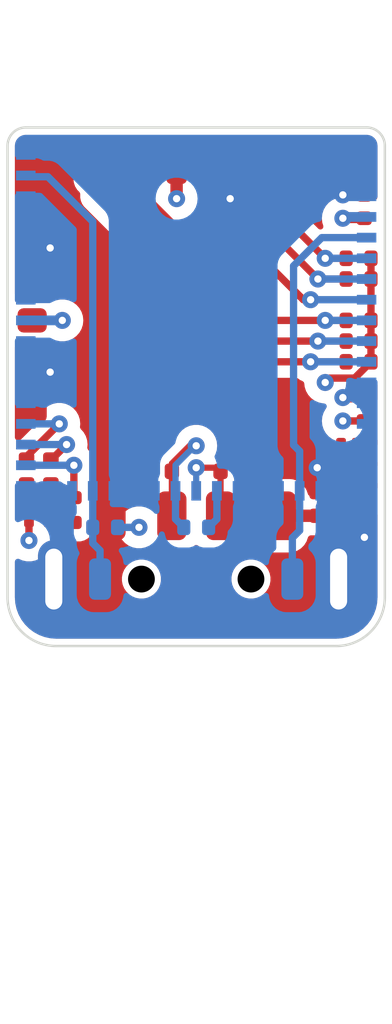
<source format=kicad_pcb>
(kicad_pcb (version 20240108) (generator "pcbnew") (generator_version "8.0")
  (layers (0 "F.Cu" signal) (1 "In1.Cu" power) (2 "In2.Cu" power) (31 "B.Cu" signal) (34 "B.Paste" user) (35 "F.Paste" user) (36 "B.SilkS" user "B.Silkscreen") (37 "F.SilkS" user "F.Silkscreen") (38 "B.Mask" user) (39 "F.Mask" user) (44 "Edge.Cuts" user))
  (net 0 "")
  (net 1 "/D+")
  (net 2 "VBUS")
  (net 3 "/D-")
  (net 4 "/RESET")
  (net 5 "/BOOT")
  (net 6 "Earth")
  (net 7 "Net-(D4-GK)")
  (net 8 "Net-(D4-RK)")
  (net 9 "Net-(D4-BK)")
  (net 10 "VCC")
  (net 11 "/LED_R")
  (net 12 "/LED_G")
  (net 13 "/LED_B")
  (net 14 "/GPIO18")
  (net 15 "/DAT1")
  (net 16 "/DAT3")
  (net 17 "/CMD")
  (net 18 "/DAT0")
  (net 19 "/CLK")
  (net 20 "/DAT2")
  (net 21 "/DET")
  (footprint "Capacitor_SMD:C_0402_1005Metric" (layer "F.Cu") (at 56.9 76.325 -90)
    (property "Reference" "C3" (hide yes))
    (property "Value" ".1uF" (hide yes))
    (pad "1" smd roundrect (at -0.48 0 270) (size 0.56 0.62) (layers "F.Cu" "F.Paste" "F.Mask") (net 6 "Earth"))
    (pad "2" smd roundrect (at 0.48 0 270) (size 0.56 0.62) (layers "F.Cu" "F.Paste" "F.Mask") (net 10 "VCC"))
  )
  (footprint "Package_SON:WSON-6-1EP_2x2mm_P0.65mm_EP1x1.6mm_ThermalVias" (layer "F.Cu") (at 56.6 86.9 -90)
    (property "Reference" "U2" (hide yes))
    (property "Value" "LP5912-3.3DRV" (hide yes))
    (pad "1" smd roundrect (at -0.8875 -0.65 270) (size 0.375 0.4) (layers "F.Cu" "F.Paste" "F.Mask") (net 10 "VCC"))
    (pad "2" smd roundrect (at -0.8875 0 270) (size 0.375 0.4) (layers "F.Cu" "F.Paste" "F.Mask") (net 6 "Earth"))
    (pad "3" smd roundrect (at -0.8875 0.65 270) (size 0.375 0.4) (layers "F.Cu" "F.Paste" "F.Mask") (net 6 "Earth"))
    (pad "4" smd roundrect (at 0.8875 0.65 270) (size 0.375 0.4) (layers "F.Cu" "F.Paste" "F.Mask") (net 2 "VBUS"))
    (pad "5" smd roundrect (at 0.8875 0 270) (size 0.375 0.4) (layers "F.Cu" "F.Paste" "F.Mask") (net 6 "Earth"))
    (pad "6" smd roundrect (at 0.8875 -0.65 270) (size 0.375 0.4) (layers "F.Cu" "F.Paste" "F.Mask") (net 2 "VBUS"))
    (pad "7" smd rect (at 0 0 270) (size 1 1.6) (property pad_prop_heatsink) (layers "F.Cu" "F.Mask") (net 6 "Earth"))
  )
  (footprint "Resistor_SMD:R_0402_1005Metric" (layer "F.Cu") (at 44.03 87.2 90)
    (property "Reference" "R2" (hide yes))
    (property "Value" "30" (hide yes))
    (pad "1" smd roundrect (at -0.509999 0 90) (size 0.54 0.64) (layers "F.Cu" "F.Paste" "F.Mask") (net 7 "Net-(D4-GK)"))
    (pad "2" smd roundrect (at 0.509999 0 90) (size 0.54 0.64) (layers "F.Cu" "F.Paste" "F.Mask") (net 12 "/LED_G"))
  )
  (footprint "Resistor_SMD:R_0402_1005Metric" (layer "F.Cu") (at 43.03 87.2 90)
    (property "Reference" "R1" (hide yes))
    (property "Value" "130" (hide yes))
    (pad "1" smd roundrect (at -0.509999 0 90) (size 0.54 0.64) (layers "F.Cu" "F.Paste" "F.Mask") (net 8 "Net-(D4-RK)"))
    (pad "2" smd roundrect (at 0.509999 0 90) (size 0.54 0.64) (layers "F.Cu" "F.Paste" "F.Mask") (net 11 "/LED_R"))
  )
  (footprint "Capacitor_SMD:C_0402_1005Metric" (layer "F.Cu") (at 56.9 84.65 90)
    (property "Reference" "C2" (hide yes))
    (property "Value" "1uF" (hide yes))
    (pad "1" smd roundrect (at -0.48 0 90) (size 0.56 0.62) (layers "F.Cu" "F.Paste" "F.Mask") (net 10 "VCC"))
    (pad "2" smd roundrect (at 0.48 0 90) (size 0.56 0.62) (layers "F.Cu" "F.Paste" "F.Mask") (net 6 "Earth"))
  )
  (footprint "LED_SMD:LED_Wurth_150044M155260" (layer "F.Cu") (at 43.53 88.9 90)
    (property "Reference" "D4" (hide yes))
    (property "Value" "LED_ARGB" (hide yes))
    (pad "1" smd roundrect (at -0.4 -0.4 90) (size 0.4 0.4) (layers "F.Cu" "F.Paste" "F.Mask") (net 10 "VCC"))
    (pad "2" smd roundrect (at 0.4 -0.4 90) (size 0.4 0.4) (layers "F.Cu" "F.Paste" "F.Mask") (net 8 "Net-(D4-RK)"))
    (pad "3" smd roundrect (at 0.4 0.4 90) (size 0.4 0.4) (layers "F.Cu" "F.Paste" "F.Mask") (net 7 "Net-(D4-GK)"))
    (pad "4" smd roundrect (at -0.4 0.4 90) (size 0.4 0.4) (layers "F.Cu" "F.Paste" "F.Mask") (net 9 "Net-(D4-BK)"))
  )
  (footprint "Capacitor_SMD:C_0402_1005Metric" (layer "F.Cu") (at 50.295 73.8 180)
    (property "Reference" "C4" (hide yes))
    (property "Value" ".1uF" (hide yes))
    (pad "1" smd roundrect (at -0.48 0 180) (size 0.56 0.62) (layers "F.Cu" "F.Paste" "F.Mask") (net 6 "Earth"))
    (pad "2" smd roundrect (at 0.48 0 180) (size 0.56 0.62) (layers "F.Cu" "F.Paste" "F.Mask") (net 10 "VCC"))
  )
  (footprint "Diode_SMD:D_0402_1005Metric" (layer "F.Cu") (at 48.515 87.2 180)
    (property "Reference" "D2" (hide yes))
    (property "Value" "~" (hide yes))
    (pad "1" smd roundrect (at -0.485 0 180) (size 0.59 0.64) (layers "F.Cu" "F.Paste" "F.Mask") (net 1 "/D+"))
    (pad "2" smd roundrect (at 0.485 0 180) (size 0.59 0.64) (layers "F.Cu" "F.Paste" "F.Mask") (net 6 "Earth"))
  )
  (footprint "Resistor_SMD:R_0402_1005Metric" (layer "F.Cu") (at 56.67 82.7)
    (property "Reference" "R8" (hide yes))
    (property "Value" "10k" (hide yes))
    (pad "1" smd roundrect (at -0.51 0) (size 0.54 0.64) (layers "F.Cu" "F.Paste" "F.Mask") (net 20 "/DAT2"))
    (pad "2" smd roundrect (at 0.51 0) (size 0.54 0.64) (layers "F.Cu" "F.Paste" "F.Mask") (net 10 "VCC"))
  )
  (footprint "Resistor_SMD:R_0402_1005Metric" (layer "F.Cu") (at 56.67 81)
    (property "Reference" "R10" (hide yes))
    (property "Value" "10k" (hide yes))
    (pad "1" smd roundrect (at -0.51 0) (size 0.54 0.64) (layers "F.Cu" "F.Paste" "F.Mask") (net 17 "/CMD"))
    (pad "2" smd roundrect (at 0.51 0) (size 0.54 0.64) (layers "F.Cu" "F.Paste" "F.Mask") (net 10 "VCC"))
  )
  (footprint "LLX-Keyboard:USB_A_Molex_48037-2200_Horizontal" (layer "F.Cu") (at 50 100 -90)
    (property "Reference" "P1" (hide yes))
    (property "Value" "USB_A" (hide yes))
    (pad "" np_thru_hole circle (at -8.375 -2.25 270) (size 1.1 1.1) (drill 1.1) (layers "*.Mask"))
    (pad "" np_thru_hole circle (at -8.375 2.25 270) (size 1.1 1.1) (drill 1.1) (layers "*.Mask"))
    (pad "1" smd roundrect (at -10.975 -3.5 270) (size 2 1.2) (layers "F.Cu" "F.Paste" "F.Mask") (net 2 "VBUS"))
    (pad "2" smd roundrect (at -10.975 -1 270) (size 2 1.2) (layers "F.Cu" "F.Paste" "F.Mask") (net 3 "/D-"))
    (pad "3" smd roundrect (at -10.975 1 270) (size 2 1.2) (layers "F.Cu" "F.Paste" "F.Mask") (net 1 "/D+"))
    (pad "4" smd roundrect (at -10.975 3.5 270) (size 2 1.2) (layers "F.Cu" "F.Paste" "F.Mask") (net 6 "Earth"))
    (pad "5" thru_hole oval (at -8.375 -5.85 270) (size 3.2 1.3) (drill oval 2.5 0.7) (layers "*.Cu" "*.Mask") (net 6 "Earth"))
    (pad "5" thru_hole oval (at -8.375 5.85 270) (size 3.2 1.3) (drill oval 2.5 0.7) (layers "*.Cu" "*.Mask") (net 6 "Earth"))
  )
  (footprint "Diode_SMD:D_0402_1005Metric" (layer "F.Cu") (at 51.485 87.2)
    (property "Reference" "D3" (hide yes))
    (property "Value" "~" (hide yes))
    (pad "1" smd roundrect (at -0.485 0) (size 0.59 0.64) (layers "F.Cu" "F.Paste" "F.Mask") (net 3 "/D-"))
    (pad "2" smd roundrect (at 0.485 0) (size 0.59 0.64) (layers "F.Cu" "F.Paste" "F.Mask") (net 6 "Earth"))
  )
  (footprint "Resistor_SMD:R_0402_1005Metric" (layer "F.Cu") (at 56.67 81.85)
    (property "Reference" "R9" (hide yes))
    (property "Value" "10k" (hide yes))
    (pad "1" smd roundrect (at -0.51 0) (size 0.54 0.64) (layers "F.Cu" "F.Paste" "F.Mask") (net 16 "/DAT3"))
    (pad "2" smd roundrect (at 0.51 0) (size 0.54 0.64) (layers "F.Cu" "F.Paste" "F.Mask") (net 10 "VCC"))
  )
  (footprint "Resistor_SMD:R_0402_1005Metric" (layer "F.Cu") (at 56.67 79.3)
    (property "Reference" "R6" (hide yes))
    (property "Value" "10k" (hide yes))
    (pad "1" smd roundrect (at -0.51 0) (size 0.54 0.64) (layers "F.Cu" "F.Paste" "F.Mask") (net 18 "/DAT0"))
    (pad "2" smd roundrect (at 0.51 0) (size 0.54 0.64) (layers "F.Cu" "F.Paste" "F.Mask") (net 10 "VCC"))
  )
  (footprint "Diode_SMD:D_0402_1005Metric" (layer "F.Cu") (at 54.97 88.54 90)
    (property "Reference" "D1" (hide yes))
    (property "Value" "~" (hide yes))
    (pad "1" smd roundrect (at -0.485 0 90) (size 0.59 0.64) (layers "F.Cu" "F.Paste" "F.Mask") (net 2 "VBUS"))
    (pad "2" smd roundrect (at 0.485 0 90) (size 0.59 0.64) (layers "F.Cu" "F.Paste" "F.Mask") (net 6 "Earth"))
  )
  (footprint "Capacitor_SMD:C_0402_1005Metric" (layer "F.Cu") (at 56.43 89.025)
    (property "Reference" "C1" (hide yes))
    (property "Value" "1uF" (hide yes))
    (pad "1" smd roundrect (at -0.48 0) (size 0.56 0.62) (layers "F.Cu" "F.Paste" "F.Mask") (net 2 "VBUS"))
    (pad "2" smd roundrect (at 0.48 0) (size 0.56 0.62) (layers "F.Cu" "F.Paste" "F.Mask") (net 6 "Earth"))
  )
  (footprint "Connector_Card:microSD_HC_Molex_104031-0811" (layer "F.Cu") (at 49 80.3)
    (property "Reference" "J1" (hide yes))
    (property "Value" "Micro_SD_Card_Det2" (hide yes))
    (pad "1" smd roundrect (at -3.105 -5.45) (size 0.85 1.1) (layers "F.Cu" "F.Paste" "F.Mask") (net 20 "/DAT2"))
    (pad "2" smd roundrect (at -2.005 -5.45) (size 0.85 1.1) (layers "F.Cu" "F.Paste" "F.Mask") (net 16 "/DAT3"))
    (pad "3" smd roundrect (at -0.905 -5.45) (size 0.85 1.1) (layers "F.Cu" "F.Paste" "F.Mask") (net 17 "/CMD"))
    (pad "4" smd roundrect (at 0.195 -5.45) (size 0.85 1.1) (layers "F.Cu" "F.Paste" "F.Mask") (net 10 "VCC"))
    (pad "5" smd roundrect (at 1.295 -5.45) (size 0.85 1.1) (layers "F.Cu" "F.Paste" "F.Mask") (net 19 "/CLK"))
    (pad "6" smd roundrect (at 2.395 -5.45) (size 0.85 1.1) (layers "F.Cu" "F.Paste" "F.Mask") (net 6 "Earth"))
    (pad "7" smd roundrect (at 3.495 -5.45) (size 0.85 1.1) (layers "F.Cu" "F.Paste" "F.Mask") (net 18 "/DAT0"))
    (pad "8" smd roundrect (at 4.545 -5.45) (size 0.75 1.1) (layers "F.Cu" "F.Paste" "F.Mask") (net 15 "/DAT1"))
    (pad "9" smd roundrect (at -5.74 0.7) (size 1.2 1) (layers "F.Cu" "F.Paste" "F.Mask") (net 21 "/DET"))
    (pad "10" smd roundrect (at -5.74 4.4) (size 1.2 1) (layers "F.Cu" "F.Paste" "F.Mask") (net 6 "Earth"))
    (pad "11" smd roundrect (at -5.565 -5.325) (size 1.55 1.35) (layers "F.Cu" "F.Paste" "F.Mask") (net 6 "Earth"))
    (pad "11" smd roundrect (at -2.24 5.375) (size 1.9 1.35) (layers "F.Cu" "F.Paste" "F.Mask") (net 6 "Earth"))
    (pad "11" smd roundrect (at 3.73 5.375) (size 1.9 1.35) (layers "F.Cu" "F.Paste" "F.Mask") (net 6 "Earth"))
    (pad "11" smd roundrect (at 5.755 -5.1) (size 1.17 1.8) (layers "F.Cu" "F.Paste" "F.Mask") (net 6 "Earth"))
  )
  (footprint "Resistor_SMD:R_0402_1005Metric" (layer "F.Cu") (at 44.975 88.79 90)
    (property "Reference" "R3" (hide yes))
    (property "Value" "30" (hide yes))
    (pad "1" smd roundrect (at -0.509999 0 90) (size 0.54 0.64) (layers "F.Cu" "F.Paste" "F.Mask") (net 9 "Net-(D4-BK)"))
    (pad "2" smd roundrect (at 0.509999 0 90) (size 0.54 0.64) (layers "F.Cu" "F.Paste" "F.Mask") (net 13 "/LED_B"))
  )
  (footprint "Resistor_SMD:R_0402_1005Metric" (layer "F.Cu") (at 56.67 78.45)
    (property "Reference" "R7" (hide yes))
    (property "Value" "10k" (hide yes))
    (pad "1" smd roundrect (at -0.51 0) (size 0.54 0.64) (layers "F.Cu" "F.Paste" "F.Mask") (net 15 "/DAT1"))
    (pad "2" smd roundrect (at 0.51 0) (size 0.54 0.64) (layers "F.Cu" "F.Paste" "F.Mask") (net 10 "VCC"))
  )
  (footprint "Button_Switch_SMD:SW_SPST_B3U-1000P" (layer "B.Cu") (at 47.75 91.625)
    (property "Reference" "SW1" (hide yes))
    (property "Value" "B3U-1000P" (hide yes))
    (pad "1" smd roundrect (at -1.700001 0) (size 0.9 1.7) (layers "B.Cu" "B.Paste" "B.Mask") (net 4 "/RESET"))
    (pad "2" smd roundrect (at 1.700001 0) (size 0.9 1.7) (layers "B.Cu" "B.Paste" "B.Mask") (net 6 "Earth"))
  )
  (footprint "Button_Switch_SMD:SW_SPST_B3U-1000P" (layer "B.Cu") (at 52.25 91.625 180)
    (property "Reference" "SW2" (hide yes))
    (property "Value" "B3U-1000P" (hide yes))
    (pad "1" smd roundrect (at -1.700001 0 180) (size 0.9 1.7) (layers "B.Cu" "B.Paste" "B.Mask") (net 5 "/BOOT"))
    (pad "2" smd roundrect (at 1.700001 0 180) (size 0.9 1.7) (layers "B.Cu" "B.Paste" "B.Mask") (net 6 "Earth"))
  )
  (footprint "PCM_Espressif:ESP32-S3-MINI-1" (layer "B.Cu") (at 50 81 180)
    (property "Reference" "U1" (hide yes))
    (property "Value" "ESP32-S3-MINI-1" (hide yes))
    (pad "1" smd rect (at -7 5.95 90) (size 0.4 0.8) (layers "B.Cu" "B.Paste" "B.Mask") (net 6 "Earth"))
    (pad "2" smd rect (at -7 5.1 90) (size 0.4 0.8) (layers "B.Cu" "B.Paste" "B.Mask") (net 6 "Earth"))
    (pad "3" smd rect (at -7 4.25 90) (size 0.4 0.8) (layers "B.Cu" "B.Paste" "B.Mask") (net 10 "VCC"))
    (pad "4" smd rect (at -7 3.4 90) (size 0.4 0.8) (layers "B.Cu" "B.Paste" "B.Mask") (net 5 "/BOOT"))
    (pad "5" smd rect (at -7 2.55 90) (size 0.4 0.8) (layers "B.Cu" "B.Paste" "B.Mask") (net 15 "/DAT1"))
    (pad "6" smd rect (at -7 1.7 90) (size 0.4 0.8) (layers "B.Cu" "B.Paste" "B.Mask") (net 18 "/DAT0"))
    (pad "7" smd rect (at -7 0.85 90) (size 0.4 0.8) (layers "B.Cu" "B.Paste" "B.Mask") (net 19 "/CLK"))
    (pad "8" smd rect (at -7 0 90) (size 0.4 0.8) (layers "B.Cu" "B.Paste" "B.Mask") (net 17 "/CMD"))
    (pad "9" smd rect (at -7 -0.85 90) (size 0.4 0.8) (layers "B.Cu" "B.Paste" "B.Mask") (net 16 "/DAT3"))
    (pad "10" smd rect (at -7 -1.7 90) (size 0.4 0.8) (layers "B.Cu" "B.Paste" "B.Mask") (net 20 "/DAT2"))
    (pad "11" smd rect (at -7 -2.55 90) (size 0.4 0.8) (layers "B.Cu" "B.Paste" "B.Mask") (net 6 "Earth"))
    (pad "12" smd rect (at -7 -3.4 90) (size 0.4 0.8) (layers "B.Cu" "B.Paste" "B.Mask") (net 6 "Earth"))
    (pad "13" smd rect (at -7 -4.25 90) (size 0.4 0.8) (layers "B.Cu" "B.Paste" "B.Mask") (net 6 "Earth"))
    (pad "14" smd rect (at -7 -5.1 90) (size 0.4 0.8) (layers "B.Cu" "B.Paste" "B.Mask") (net 6 "Earth"))
    (pad "15" smd rect (at -7 -5.95 90) (size 0.4 0.8) (layers "B.Cu" "B.Paste" "B.Mask") (net 6 "Earth"))
    (pad "16" smd rect (at -5.95 -7 180) (size 0.4 0.8) (layers "B.Cu" "B.Paste" "B.Mask") (net 6 "Earth"))
    (pad "17" smd rect (at -5.1 -7 180) (size 0.4 0.8) (layers "B.Cu" "B.Paste" "B.Mask") (net 6 "Earth"))
    (pad "18" smd rect (at -4.25 -7 180) (size 0.4 0.8) (layers "B.Cu" "B.Paste" "B.Mask") (net 5 "/BOOT"))
    (pad "19" smd rect (at -3.4 -7 180) (size 0.4 0.8) (layers "B.Cu" "B.Paste" "B.Mask") (net 6 "Earth"))
    (pad "20" smd rect (at -2.55 -7 180) (size 0.4 0.8) (layers "B.Cu" "B.Paste" "B.Mask") (net 6 "Earth"))
    (pad "21" smd rect (at -1.7 -7 180) (size 0.4 0.8) (layers "B.Cu" "B.Paste" "B.Mask") (net 6 "Earth"))
    (pad "22" smd rect (at -0.85 -7 180) (size 0.4 0.8) (layers "B.Cu" "B.Paste" "B.Mask") (net 14 "/GPIO18"))
    (pad "23" smd rect (at 0 -7 180) (size 0.4 0.8) (layers "B.Cu" "B.Paste" "B.Mask") (net 3 "/D-"))
    (pad "24" smd rect (at 0.85 -7 180) (size 0.4 0.8) (layers "B.Cu" "B.Paste" "B.Mask") (net 1 "/D+"))
    (pad "25" smd rect (at 1.7 -7 180) (size 0.4 0.8) (layers "B.Cu" "B.Paste" "B.Mask") (net 6 "Earth"))
    (pad "26" smd rect (at 2.55 -7 180) (size 0.4 0.8) (layers "B.Cu" "B.Paste" "B.Mask") (net 6 "Earth"))
    (pad "27" smd rect (at 3.4 -7 180) (size 0.4 0.8) (layers "B.Cu" "B.Paste" "B.Mask") (net 6 "Earth"))
    (pad "28" smd rect (at 4.25 -7 180) (size 0.4 0.8) (layers "B.Cu" "B.Paste" "B.Mask") (net 4 "/RESET"))
    (pad "29" smd rect (at 5.1 -7 180) (size 0.4 0.8) (layers "B.Cu" "B.Paste" "B.Mask") (net 6 "Earth"))
    (pad "30" smd rect (at 5.95 -7 180) (size 0.4 0.8) (layers "B.Cu" "B.Paste" "B.Mask") (net 6 "Earth"))
    (pad "31" smd rect (at 7 -5.95 90) (size 0.4 0.8) (layers "B.Cu" "B.Paste" "B.Mask") (net 13 "/LED_B"))
    (pad "32" smd rect (at 7 -5.1 90) (size 0.4 0.8) (layers "B.Cu" "B.Paste" "B.Mask") (net 12 "/LED_G"))
    (pad "33" smd rect (at 7 -4.25 90) (size 0.4 0.8) (layers "B.Cu" "B.Paste" "B.Mask") (net 11 "/LED_R"))
    (pad "34" smd rect (at 7 -3.4 90) (size 0.4 0.8) (layers "B.Cu" "B.Paste" "B.Mask") (net 6 "Earth"))
    (pad "35" smd rect (at 7 -2.55 90) (size 0.4 0.8) (layers "B.Cu" "B.Paste" "B.Mask") (net 6 "Earth"))
    (pad "36" smd rect (at 7 -1.7 90) (size 0.4 0.8) (layers "B.Cu" "B.Paste" "B.Mask") (net 6 "Earth"))
    (pad "37" smd rect (at 7 -0.85 90) (size 0.4 0.8) (layers "B.Cu" "B.Paste" "B.Mask") (net 6 "Earth"))
    (pad "38" smd rect (at 7 0 90) (size 0.4 0.8) (layers "B.Cu" "B.Paste" "B.Mask") (net 21 "/DET"))
    (pad "39" smd rect (at 7 0.85 90) (size 0.4 0.8) (layers "B.Cu" "B.Paste" "B.Mask") (net 6 "Earth"))
    (pad "40" smd rect (at 7 1.7 90) (size 0.4 0.8) (layers "B.Cu" "B.Paste" "B.Mask") (net 6 "Earth"))
    (pad "41" smd rect (at 7 2.55 90) (size 0.4 0.8) (layers "B.Cu" "B.Paste" "B.Mask") (net 6 "Earth"))
    (pad "42" smd rect (at 7 3.4 90) (size 0.4 0.8) (layers "B.Cu" "B.Paste" "B.Mask") (net 6 "Earth"))
    (pad "43" smd rect (at 7 4.25 90) (size 0.4 0.8) (layers "B.Cu" "B.Paste" "B.Mask") (net 6 "Earth"))
    (pad "44" smd rect (at 7 5.1 90) (size 0.4 0.8) (layers "B.Cu" "B.Paste" "B.Mask") (net 6 "Earth"))
    (pad "45" smd rect (at 7 5.95 90) (size 0.4 0.8) (layers "B.Cu" "B.Paste" "B.Mask") (net 4 "/RESET"))
    (pad "46" smd rect (at 5.95 7 180) (size 0.4 0.8) (layers "B.Cu" "B.Paste" "B.Mask") (net 6 "Earth"))
    (pad "47" smd rect (at 5.1 7 180) (size 0.4 0.8) (layers "B.Cu" "B.Paste" "B.Mask") (net 6 "Earth"))
    (pad "48" smd rect (at 4.25 7 180) (size 0.4 0.8) (layers "B.Cu" "B.Paste" "B.Mask") (net 6 "Earth"))
    (pad "49" smd rect (at 3.4 7 180) (size 0.4 0.8) (layers "B.Cu" "B.Paste" "B.Mask") (net 6 "Earth"))
    (pad "50" smd rect (at 2.55 7 180) (size 0.4 0.8) (layers "B.Cu" "B.Paste" "B.Mask") (net 6 "Earth"))
    (pad "51" smd rect (at 1.7 7 180) (size 0.4 0.8) (layers "B.Cu" "B.Paste" "B.Mask") (net 6 "Earth"))
    (pad "52" smd rect (at 0.85 7 180) (size 0.4 0.8) (layers "B.Cu" "B.Paste" "B.Mask") (net 6 "Earth"))
    (pad "53" smd rect (at 0 7 180) (size 0.4 0.8) (layers "B.Cu" "B.Paste" "B.Mask") (net 6 "Earth"))
    (pad "54" smd rect (at -0.85 7 180) (size 0.4 0.8) (layers "B.Cu" "B.Paste" "B.Mask") (net 6 "Earth"))
    (pad "55" smd rect (at -1.7 7 180) (size 0.4 0.8) (layers "B.Cu" "B.Paste" "B.Mask") (net 6 "Earth"))
    (pad "56" smd rect (at -2.55 7 180) (size 0.4 0.8) (layers "B.Cu" "B.Paste" "B.Mask") (net 6 "Earth"))
    (pad "57" smd rect (at -3.4 7 180) (size 0.4 0.8) (layers "B.Cu" "B.Paste" "B.Mask") (net 6 "Earth"))
    (pad "58" smd rect (at -4.25 7 180) (size 0.4 0.8) (layers "B.Cu" "B.Paste" "B.Mask") (net 6 "Earth"))
    (pad "59" smd rect (at -5.1 7 180) (size 0.4 0.8) (layers "B.Cu" "B.Paste" "B.Mask") (net 6 "Earth"))
    (pad "60" smd rect (at -5.95 7 180) (size 0.4 0.8) (layers "B.Cu" "B.Paste" "B.Mask") (net 6 "Earth"))
    (pad "61" smd rect (at -1.65 -1.65 180) (size 1.2 1.2) (layers "B.Cu" "B.Paste" "B.Mask") (net 6 "Earth"))
    (pad "61" smd rect (at -1.65 0 180) (size 1.2 1.2) (layers "B.Cu" "B.Paste" "B.Mask") (net 6 "Earth"))
    (pad "61" smd custom (at -1.65 1.65 180) (size 0.6 0.6) (layers "B.Cu" "B.Paste" "B.Mask") (net 6 "Earth") (options (clearance outline) (anchor rect)) (primitives (gr_poly (pts (xy 0.6 -0.6) (xy -0.6 -0.6) (xy -0.6 0) (xy 0 0.6) (xy 0.6 0.6)) (width 0) (fill yes))))
    (pad "61" smd rect (at 0 -1.65 180) (size 1.2 1.2) (layers "B.Cu" "B.Paste" "B.Mask") (net 6 "Earth"))
    (pad "61" smd rect (at 0 0 180) (size 1.2 1.2) (layers "B.Cu" "B.Paste" "B.Mask") (net 6 "Earth"))
    (pad "61" smd rect (at 0 1.65 180) (size 1.2 1.2) (layers "B.Cu" "B.Paste" "B.Mask") (net 6 "Earth"))
    (pad "61" smd rect (at 1.65 -1.65 180) (size 1.2 1.2) (layers "B.Cu" "B.Paste" "B.Mask") (net 6 "Earth"))
    (pad "61" smd rect (at 1.65 0 180) (size 1.2 1.2) (layers "B.Cu" "B.Paste" "B.Mask") (net 6 "Earth"))
    (pad "61" smd rect (at 1.65 1.65 180) (size 1.2 1.2) (layers "B.Cu" "B.Paste" "B.Mask") (net 6 "Earth"))
    (pad "62" smd roundrect (at -7 7) (size 0.8 0.8) (layers "B.Cu" "B.Paste" "B.Mask") (roundrect_rratio 0) (chamfer_ratio 0.2) (chamfer top_right) (net 6 "Earth"))
    (pad "63" smd rect (at -7 -7) (size 0.8 0.8) (layers "B.Cu" "B.Paste" "B.Mask") (net 6 "Earth"))
    (pad "64" smd rect (at 7 -7) (size 0.8 0.8) (layers "B.Cu" "B.Paste" "B.Mask") (net 6 "Earth"))
    (pad "65" smd roundrect (at 7 7) (size 0.8 0.8) (layers "B.Cu" "B.Paste" "B.Mask") (roundrect_rratio 0) (chamfer_ratio 0.2) (chamfer top_left) (net 6 "Earth"))
    (zone (net 0) (net_name "") (layers "*.Cu") (name "antenna keepout") (connect_pads (clearance 0)) (min_thickness 0.254)
      (keepout (tracks not_allowed) (vias not_allowed) (pads not_allowed) (copperpour not_allowed) (footprints not_allowed))
      (fill (thermal_gap 0.508) (thermal_bridge_width 0.508))
      (polygon (pts (xy 42.3 73.3) (xy 57.7 73.3) (xy 57.7 68.2) (xy 42.3 68.2)))
    )
  )
  (footprint "Resistor_SMD:R_0402_1005Metric" (layer "B.Cu") (at 50 89.5)
    (property "Reference" "R5" (hide yes))
    (property "Value" "1k5" (hide yes))
    (pad "1" smd roundrect (at -0.509999 0) (size 0.54 0.64) (layers "B.Cu" "B.Paste" "B.Mask") (net 1 "/D+"))
    (pad "2" smd roundrect (at 0.509999 0) (size 0.54 0.64) (layers "B.Cu" "B.Paste" "B.Mask") (net 14 "/GPIO18"))
  )
  (footprint "Resistor_SMD:R_0402_1005Metric" (layer "B.Cu") (at 46.26 89.5)
    (property "Reference" "R4" (hide yes))
    (property "Value" "10k" (hide yes))
    (pad "1" smd roundrect (at -0.509999 0) (size 0.54 0.64) (layers "B.Cu" "B.Paste" "B.Mask") (net 4 "/RESET"))
    (pad "2" smd roundrect (at 0.509999 0) (size 0.54 0.64) (layers "B.Cu" "B.Paste" "B.Mask") (net 10 "VCC"))
  )
  (gr_arc (start 42.25 73.825) (mid 42.46967 73.29467) (end 43 73.075) (stroke (width 0.1)) (layer "Edge.Cuts"))
  (gr_line (start 55.75 94.375) (end 44.25 94.375) (stroke (width 0.1)) (layer "Edge.Cuts"))
  (gr_arc (start 57.75 92.375) (mid 57.164214 93.789214) (end 55.75 94.375) (stroke (width 0.1)) (layer "Edge.Cuts"))
  (gr_line (start 43 73.075) (end 57 73.075) (stroke (width 0.1)) (layer "Edge.Cuts"))
  (gr_arc (start 57 73.075) (mid 57.53033 73.29467) (end 57.75 73.825) (stroke (width 0.1)) (layer "Edge.Cuts"))
  (gr_line (start 42.25 92.375) (end 42.25 73.825) (stroke (width 0.1)) (layer "Edge.Cuts"))
  (gr_line (start 57.75 73.825) (end 57.75 92.375) (stroke (width 0.1)) (layer "Edge.Cuts"))
  (gr_arc (start 44.25 94.375) (mid 42.835786 93.789214) (end 42.25 92.375) (stroke (width 0.1)) (layer "Edge.Cuts"))
  (segment (start 49 86.880001) (end 49.730001 86.15) (width 0.254) (layer "F.Cu") (net 1))
  (segment (start 49.730001 86.15) (end 50 86.15) (width 0.254) (layer "F.Cu") (net 1))
  (segment (start 49 89.025) (end 49 87.2) (width 0.254) (layer "F.Cu") (net 1))
  (segment (start 49 87.2) (end 49 86.880001) (width 0.254) (layer "F.Cu") (net 1))
  (via (at 50 86.15) (size 0.7) (drill 0.3) (layers "F.Cu" "B.Cu") (net 1))
  (segment (start 49.15 89.159999) (end 49.490001 89.5) (width 0.3) (layer "B.Cu") (net 1))
  (segment (start 49.942577 86.15) (end 50 86.15) (width 0.254) (layer "B.Cu") (net 1))
  (segment (start 49.15 88) (end 49.15 86.942577) (width 0.254) (layer "B.Cu") (net 1))
  (segment (start 49.15 86.942577) (end 49.942577 86.15) (width 0.254) (layer "B.Cu") (net 1))
  (segment (start 49.15 88) (end 49.15 89.159999) (width 0.3) (layer "B.Cu") (net 1))
  (segment (start 55.95 88.347151) (end 55.95 89.025) (width 0.3) (layer "F.Cu") (net 2))
  (segment (start 55.95 87.7875) (end 55.95 88.347151) (width 0.3) (layer "F.Cu") (net 2))
  (segment (start 53.5 89.025) (end 54.97 89.025) (width 0.508) (layer "F.Cu") (net 2))
  (segment (start 57.25 87.7875) (end 57.25 87.974999) (width 0.3) (layer "F.Cu") (net 2))
  (segment (start 54.97 89.025) (end 55.95 89.025) (width 0.508) (layer "F.Cu") (net 2))
  (segment (start 57.25 87.974999) (end 56.877848 88.347151) (width 0.3) (layer "F.Cu") (net 2))
  (segment (start 56.877848 88.347151) (end 55.95 88.347151) (width 0.3) (layer "F.Cu") (net 2))
  (segment (start 50.85 87.05) (end 51 87.2) (width 0.254) (layer "F.Cu") (net 3))
  (segment (start 50 87.05) (end 50.85 87.05) (width 0.254) (layer "F.Cu") (net 3))
  (segment (start 51 89.025) (end 51 87.2) (width 0.254) (layer "F.Cu") (net 3))
  (via (at 50 87.05) (size 0.7) (drill 0.3) (layers "F.Cu" "B.Cu") (net 3))
  (segment (start 50 88) (end 50 87.05) (width 0.254) (layer "B.Cu") (net 3))
  (segment (start 45.750001 89.5) (end 45.750001 90.150001) (width 0.3) (layer "B.Cu") (net 4))
  (segment (start 45.75 88.05) (end 45.750001 89.5) (width 0.3) (layer "B.Cu") (net 4))
  (segment (start 43.908 75.1) (end 45.75 76.942) (width 0.3) (layer "B.Cu") (net 4))
  (segment (start 45.750001 90.150001) (end 46.049999 90.449999) (width 0.3) (layer "B.Cu") (net 4))
  (segment (start 43 75.1) (end 43.908 75.1) (width 0.3) (layer "B.Cu") (net 4))
  (segment (start 45.75 76.942) (end 45.75 88.05) (width 0.3) (layer "B.Cu") (net 4))
  (segment (start 46.049999 90.449999) (end 46.049999 91.625) (width 0.3) (layer "B.Cu") (net 4))
  (segment (start 54 86.12) (end 54 78.76005) (width 0.3) (layer "B.Cu") (net 5))
  (segment (start 53.950001 89.929999) (end 54.25 89.63) (width 0.3) (layer "B.Cu") (net 5))
  (segment (start 54 78.76005) (end 55.16005 77.6) (width 0.3) (layer "B.Cu") (net 5))
  (segment (start 54.25 89.63) (end 54.25 88.05) (width 0.3) (layer "B.Cu") (net 5))
  (segment (start 55.16005 77.6) (end 57 77.6) (width 0.3) (layer "B.Cu") (net 5))
  (segment (start 54.25 86.37) (end 54 86.12) (width 0.3) (layer "B.Cu") (net 5))
  (segment (start 54.25 88) (end 54.25 86.37) (width 0.3) (layer "B.Cu") (net 5))
  (segment (start 53.950001 91.625) (end 53.950001 89.929999) (width 0.3) (layer "B.Cu") (net 5))
  (segment (start 51.395 74.85) (end 51.395 74.42) (width 0.508) (layer "F.Cu") (net 6))
  (segment (start 56.6 87.7875) (end 56.6 86.9) (width 0.4) (layer "F.Cu") (net 6))
  (segment (start 54.97 88.055) (end 54.97 87.05) (width 0.508) (layer "F.Cu") (net 6))
  (segment (start 56.9 75.845) (end 56.025 75.845) (width 0.4) (layer "F.Cu") (net 6))
  (segment (start 56.91 89.91) (end 56.91 89.025) (width 0.508) (layer "F.Cu") (net 6))
  (segment (start 56.9 84.17) (end 56.025 84.17) (width 0.4) (layer "F.Cu") (net 6))
  (segment (start 51.395 76) (end 51.395 74.85) (width 0.508) (layer "F.Cu") (net 6))
  (segment (start 56.6 86.0125) (end 56.6 86.9) (width 0.4) (layer "F.Cu") (net 6))
  (segment (start 51.395 74.42) (end 50.775 73.8) (width 0.508) (layer "F.Cu") (net 6))
  (via (at 56.91 89.91) (size 0.7) (drill 0.3) (layers "F.Cu" "B.Cu") (net 6))
  (via (at 44 83.125) (size 0.7) (drill 0.3) (layers "F.Cu" "B.Cu") (net 6))
  (via (at 51.395 76) (size 0.7) (drill 0.3) (layers "F.Cu" "B.Cu") (net 6))
  (via (at 56.025 75.845) (size 0.7) (drill 0.3) (layers "F.Cu" "B.Cu") (net 6))
  (via (at 44 78.025) (size 0.7) (drill 0.3) (layers "F.Cu" "B.Cu") (net 6))
  (via (at 54.97 87.05) (size 0.7) (drill 0.3) (layers "F.Cu" "B.Cu") (net 6))
  (via (at 56.025 84.17) (size 0.7) (drill 0.3) (layers "F.Cu" "B.Cu") (net 6))
  (segment (start 56.08 75.9) (end 56.025 75.845) (width 0.4) (layer "B.Cu") (net 6))
  (segment (start 57 75.9) (end 56.08 75.9) (width 0.4) (layer "B.Cu") (net 6))
  (segment (start 43.93 87.809999) (end 44.03 87.709999) (width 0.3) (layer "F.Cu") (net 7))
  (segment (start 43.93 88.5) (end 43.93 87.809999) (width 0.3) (layer "F.Cu") (net 7))
  (segment (start 43.13 88.5) (end 43.13 87.809999) (width 0.3) (layer "F.Cu") (net 8))
  (segment (start 43.13 87.809999) (end 43.03 87.709999) (width 0.3) (layer "F.Cu") (net 8))
  (segment (start 43.93 89.3) (end 44.975 89.299999) (width 0.3) (layer "F.Cu") (net 9))
  (segment (start 49.195 74.85) (end 49.195 74.42) (width 0.508) (layer "F.Cu") (net 10))
  (segment (start 57.18 79.3) (end 57.18 78.45) (width 0.3) (layer "F.Cu") (net 10))
  (segment (start 56.025 76.805) (end 56.9 76.805) (width 0.4) (layer "F.Cu") (net 10))
  (segment (start 56.9 85.13) (end 56.025 85.13) (width 0.3) (layer "F.Cu") (net 10))
  (segment (start 57.25 86.0125) (end 57.25 85.455) (width 0.3) (layer "F.Cu") (net 10))
  (segment (start 49.195 76) (end 49.195 74.85) (width 0.508) (layer "F.Cu") (net 10))
  (segment (start 56.51 83.37) (end 57.18 82.7) (width 0.3) (layer "F.Cu") (net 10))
  (segment (start 57.25 85.455) (end 56.925 85.13) (width 0.3) (layer "F.Cu") (net 10))
  (segment (start 55.3 83.55) (end 55.48 83.37) (width 0.3) (layer "F.Cu") (net 10))
  (segment (start 57.18 82.7) (end 57.18 81.85) (width 0.3) (layer "F.Cu") (net 10))
  (segment (start 57.18 81) (end 57.18 79.3) (width 0.3) (layer "F.Cu") (net 10))
  (segment (start 55.48 83.37) (end 56.51 83.37) (width 0.3) (layer "F.Cu") (net 10))
  (segment (start 43.13 89.3) (end 43.13 90.04) (width 0.3) (layer "F.Cu") (net 10))
  (segment (start 49.195 74.42) (end 49.815 73.8) (width 0.508) (layer "F.Cu") (net 10))
  (segment (start 57.18 81.85) (end 57.18 81) (width 0.3) (layer "F.Cu") (net 10))
  (via (at 56.025 76.805) (size 0.7) (drill 0.3) (layers "F.Cu" "B.Cu") (net 10))
  (via (at 49.195 76) (size 0.7) (drill 0.3) (layers "F.Cu" "B.Cu") (net 10))
  (via (at 55.3 83.55) (size 0.7) (drill 0.3) (layers "F.Cu" "B.Cu") (net 10))
  (via (at 43.13 90.04) (size 0.7) (drill 0.3) (layers "F.Cu" "B.Cu") (net 10))
  (via (at 47.65 89.5) (size 0.7) (drill 0.3) (layers "F.Cu" "B.Cu") (net 10))
  (via (at 56.025 85.13) (size 0.7) (drill 0.3) (layers "F.Cu" "B.Cu") (net 10))
  (segment (start 57 76.75) (end 56.08 76.75) (width 0.4) (layer "B.Cu") (net 10))
  (segment (start 56.08 76.75) (end 56.025 76.805) (width 0.4) (layer "B.Cu") (net 10))
  (segment (start 46.769999 89.5) (end 47.65 89.5) (width 0.3) (layer "B.Cu") (net 10))
  (segment (start 43.03 86.690001) (end 43.03 86.595) (width 0.3) (layer "F.Cu") (net 11))
  (segment (start 43.03 86.595) (end 44.375 85.25) (width 0.3) (layer "F.Cu") (net 11))
  (via (at 44.375 85.25) (size 0.7) (drill 0.3) (layers "F.Cu" "B.Cu") (net 11))
  (segment (start 43 85.25) (end 44.375 85.25) (width 0.3) (layer "B.Cu") (net 11))
  (segment (start 44.03 86.690001) (end 44.084999 86.690001) (width 0.3) (layer "F.Cu") (net 12))
  (segment (start 44.084999 86.690001) (end 44.675 86.1) (width 0.3) (layer "F.Cu") (net 12))
  (via (at 44.675 86.1) (size 0.7) (drill 0.3) (layers "F.Cu" "B.Cu") (net 12))
  (segment (start 43 86.1) (end 44.675 86.1) (width 0.3) (layer "B.Cu") (net 12))
  (segment (start 44.975 88.280001) (end 44.975 86.95) (width 0.3) (layer "F.Cu") (net 13))
  (via (at 44.975 86.95) (size 0.7) (drill 0.3) (layers "F.Cu" "B.Cu") (net 13))
  (segment (start 43 86.95) (end 44.975 86.95) (width 0.3) (layer "B.Cu") (net 13))
  (segment (start 50.85 89.159999) (end 50.85 88) (width 0.3) (layer "B.Cu") (net 14))
  (segment (start 50.509999 89.5) (end 50.85 89.159999) (width 0.3) (layer "B.Cu") (net 14))
  (segment (start 55.3 78.45) (end 56.16 78.45) (width 0.3) (layer "F.Cu") (net 15))
  (segment (start 53.545 76.695) (end 55.3 78.45) (width 0.3) (layer "F.Cu") (net 15))
  (segment (start 53.545 74.85) (end 53.545 76.695) (width 0.3) (layer "F.Cu") (net 15))
  (via (at 55.3 78.45) (size 0.7) (drill 0.3) (layers "F.Cu" "B.Cu") (net 15))
  (segment (start 57 78.45) (end 55.3 78.45) (width 0.3) (layer "B.Cu") (net 15))
  (segment (start 52.85 81.85) (end 55 81.85) (width 0.3) (layer "F.Cu") (net 16))
  (segment (start 46.995 74.85) (end 46.995 75.995) (width 0.3) (layer "F.Cu") (net 16))
  (segment (start 46.995 75.995) (end 52.85 81.85) (width 0.3) (layer "F.Cu") (net 16))
  (segment (start 56.16 81.85) (end 55 81.85) (width 0.3) (layer "F.Cu") (net 16))
  (via (at 55 81.85) (size 0.7) (drill 0.3) (layers "F.Cu" "B.Cu") (net 16))
  (segment (start 57 81.85) (end 55 81.85) (width 0.3) (layer "B.Cu") (net 16))
  (segment (start 48.095 76.095) (end 53 81) (width 0.3) (layer "F.Cu") (net 17))
  (segment (start 55.3 81) (end 56.16 81) (width 0.3) (layer "F.Cu") (net 17))
  (segment (start 48.095 74.85) (end 48.095 76.095) (width 0.3) (layer "F.Cu") (net 17))
  (segment (start 53 81) (end 55.3 81) (width 0.3) (layer "F.Cu") (net 17))
  (via (at 55.3 81) (size 0.7) (drill 0.3) (layers "F.Cu" "B.Cu") (net 17))
  (segment (start 55.3 81) (end 57 81) (width 0.3) (layer "B.Cu") (net 17))
  (segment (start 52.495 74.85) (end 52.495 76.795) (width 0.3) (layer "F.Cu") (net 18))
  (segment (start 52.495 76.795) (end 55 79.3) (width 0.3) (layer "F.Cu") (net 18))
  (segment (start 56.16 79.3) (end 55 79.3) (width 0.3) (layer "F.Cu") (net 18))
  (via (at 55 79.3) (size 0.7) (drill 0.3) (layers "F.Cu" "B.Cu") (net 18))
  (segment (start 55 79.3) (end 57 79.3) (width 0.3) (layer "B.Cu") (net 18))
  (segment (start 50.295 74.85) (end 50.295 76.045) (width 0.3) (layer "F.Cu") (net 19))
  (segment (start 54.4 80.15) (end 54.7 80.15) (width 0.3) (layer "F.Cu") (net 19))
  (segment (start 50.295 76.045) (end 54.4 80.15) (width 0.3) (layer "F.Cu") (net 19))
  (via (at 54.7 80.15) (size 0.7) (drill 0.3) (layers "F.Cu" "B.Cu") (net 19))
  (segment (start 57 80.15) (end 54.7 80.15) (width 0.3) (layer "B.Cu") (net 19))
  (segment (start 45.895 75.895) (end 52.7 82.7) (width 0.3) (layer "F.Cu") (net 20))
  (segment (start 45.895 74.85) (end 45.895 75.895) (width 0.3) (layer "F.Cu") (net 20))
  (segment (start 52.7 82.7) (end 54.7 82.7) (width 0.3) (layer "F.Cu") (net 20))
  (segment (start 54.7 82.7) (end 56.16 82.7) (width 0.3) (layer "F.Cu") (net 20))
  (via (at 54.7 82.7) (size 0.7) (drill 0.3) (layers "F.Cu" "B.Cu") (net 20))
  (segment (start 54.7 82.7) (end 57 82.7) (width 0.3) (layer "B.Cu") (net 20))
  (segment (start 44.5 81) (end 43.26 81) (width 0.3) (layer "F.Cu") (net 21))
  (via (at 44.5 81) (size 0.7) (drill 0.3) (layers "F.Cu" "B.Cu") (net 21))
  (segment (start 43 81) (end 44.5 81) (width 0.4) (layer "B.Cu") (net 21))
  (zone (net 6) (net_name "Earth") (layers "F&B.Cu") (connect_pads yes (clearance 0.508)) (min_thickness 0.25) (fill yes (thermal_gap 0.5) (thermal_bridge_width 0.5))
    (polygon (pts (xy 58 94.75) (xy 58 72.75) (xy 42 72.75) (xy 42 94.75)))
  )
)
</source>
